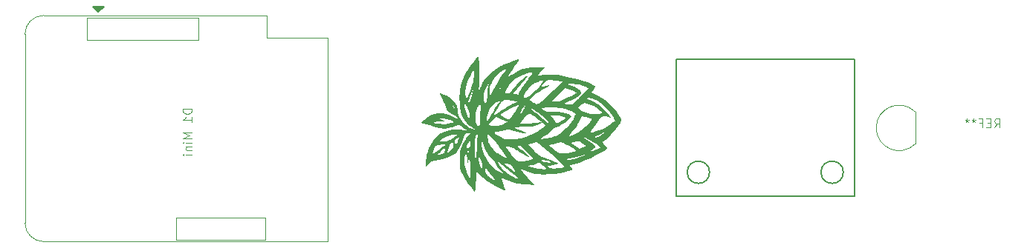
<source format=gbr>
%TF.GenerationSoftware,KiCad,Pcbnew,8.0.1*%
%TF.CreationDate,2024-06-06T13:27:34-04:00*%
%TF.ProjectId,PillPCB,50696c6c-5043-4422-9e6b-696361645f70,rev?*%
%TF.SameCoordinates,Original*%
%TF.FileFunction,Legend,Bot*%
%TF.FilePolarity,Positive*%
%FSLAX46Y46*%
G04 Gerber Fmt 4.6, Leading zero omitted, Abs format (unit mm)*
G04 Created by KiCad (PCBNEW 8.0.1) date 2024-06-06 13:27:34*
%MOMM*%
%LPD*%
G01*
G04 APERTURE LIST*
%ADD10C,0.100000*%
%ADD11C,0.000000*%
%ADD12C,0.120000*%
%ADD13C,0.150000*%
G04 APERTURE END LIST*
D10*
X164528333Y-94572419D02*
X164861666Y-94096228D01*
X165099761Y-94572419D02*
X165099761Y-93572419D01*
X165099761Y-93572419D02*
X164718809Y-93572419D01*
X164718809Y-93572419D02*
X164623571Y-93620038D01*
X164623571Y-93620038D02*
X164575952Y-93667657D01*
X164575952Y-93667657D02*
X164528333Y-93762895D01*
X164528333Y-93762895D02*
X164528333Y-93905752D01*
X164528333Y-93905752D02*
X164575952Y-94000990D01*
X164575952Y-94000990D02*
X164623571Y-94048609D01*
X164623571Y-94048609D02*
X164718809Y-94096228D01*
X164718809Y-94096228D02*
X165099761Y-94096228D01*
X164099761Y-94048609D02*
X163766428Y-94048609D01*
X163623571Y-94572419D02*
X164099761Y-94572419D01*
X164099761Y-94572419D02*
X164099761Y-93572419D01*
X164099761Y-93572419D02*
X163623571Y-93572419D01*
X162861666Y-94048609D02*
X163194999Y-94048609D01*
X163194999Y-94572419D02*
X163194999Y-93572419D01*
X163194999Y-93572419D02*
X162718809Y-93572419D01*
X162194999Y-93572419D02*
X162194999Y-93810514D01*
X162433094Y-93715276D02*
X162194999Y-93810514D01*
X162194999Y-93810514D02*
X161956904Y-93715276D01*
X162337856Y-94000990D02*
X162194999Y-93810514D01*
X162194999Y-93810514D02*
X162052142Y-94000990D01*
X161433094Y-93572419D02*
X161433094Y-93810514D01*
X161671189Y-93715276D02*
X161433094Y-93810514D01*
X161433094Y-93810514D02*
X161194999Y-93715276D01*
X161575951Y-94000990D02*
X161433094Y-93810514D01*
X161433094Y-93810514D02*
X161290237Y-94000990D01*
X73087419Y-92453884D02*
X72087419Y-92453884D01*
X72087419Y-92453884D02*
X72087419Y-92691979D01*
X72087419Y-92691979D02*
X72135038Y-92834836D01*
X72135038Y-92834836D02*
X72230276Y-92930074D01*
X72230276Y-92930074D02*
X72325514Y-92977693D01*
X72325514Y-92977693D02*
X72515990Y-93025312D01*
X72515990Y-93025312D02*
X72658847Y-93025312D01*
X72658847Y-93025312D02*
X72849323Y-92977693D01*
X72849323Y-92977693D02*
X72944561Y-92930074D01*
X72944561Y-92930074D02*
X73039800Y-92834836D01*
X73039800Y-92834836D02*
X73087419Y-92691979D01*
X73087419Y-92691979D02*
X73087419Y-92453884D01*
X73087419Y-93977693D02*
X73087419Y-93406265D01*
X73087419Y-93691979D02*
X72087419Y-93691979D01*
X72087419Y-93691979D02*
X72230276Y-93596741D01*
X72230276Y-93596741D02*
X72325514Y-93501503D01*
X72325514Y-93501503D02*
X72373133Y-93406265D01*
X73087419Y-95168170D02*
X72087419Y-95168170D01*
X72087419Y-95168170D02*
X72801704Y-95501503D01*
X72801704Y-95501503D02*
X72087419Y-95834836D01*
X72087419Y-95834836D02*
X73087419Y-95834836D01*
X73087419Y-96311027D02*
X72420752Y-96311027D01*
X72087419Y-96311027D02*
X72135038Y-96263408D01*
X72135038Y-96263408D02*
X72182657Y-96311027D01*
X72182657Y-96311027D02*
X72135038Y-96358646D01*
X72135038Y-96358646D02*
X72087419Y-96311027D01*
X72087419Y-96311027D02*
X72182657Y-96311027D01*
X72420752Y-96787217D02*
X73087419Y-96787217D01*
X72515990Y-96787217D02*
X72468371Y-96834836D01*
X72468371Y-96834836D02*
X72420752Y-96930074D01*
X72420752Y-96930074D02*
X72420752Y-97072931D01*
X72420752Y-97072931D02*
X72468371Y-97168169D01*
X72468371Y-97168169D02*
X72563609Y-97215788D01*
X72563609Y-97215788D02*
X73087419Y-97215788D01*
X73087419Y-97691979D02*
X72420752Y-97691979D01*
X72087419Y-97691979D02*
X72135038Y-97644360D01*
X72135038Y-97644360D02*
X72182657Y-97691979D01*
X72182657Y-97691979D02*
X72135038Y-97739598D01*
X72135038Y-97739598D02*
X72087419Y-97691979D01*
X72087419Y-97691979D02*
X72182657Y-97691979D01*
D11*
%TO.C,G\u002A\u002A\u002A*%
G36*
X105749783Y-86485904D02*
G01*
X105782456Y-86562166D01*
X105807190Y-86737343D01*
X105829829Y-87034816D01*
X105856218Y-87477968D01*
X105864753Y-87631926D01*
X105892764Y-88407832D01*
X105882840Y-89077342D01*
X105828752Y-89691480D01*
X105724268Y-90301267D01*
X105563158Y-90957726D01*
X105339192Y-91711881D01*
X105320473Y-91773914D01*
X105321344Y-91810495D01*
X105393892Y-91704091D01*
X105443527Y-91598455D01*
X105535754Y-91352080D01*
X105600884Y-91158095D01*
X106379178Y-91158095D01*
X106379182Y-91164740D01*
X106387158Y-91464202D01*
X106407508Y-91692112D01*
X106435910Y-91799600D01*
X106436887Y-91800528D01*
X106519713Y-91778151D01*
X106637702Y-91649774D01*
X106663166Y-91609675D01*
X106734181Y-91420315D01*
X106738845Y-91387005D01*
X111568898Y-91387005D01*
X111577138Y-91404532D01*
X111681757Y-91498052D01*
X111866173Y-91628264D01*
X111888129Y-91642085D01*
X112078873Y-91762151D01*
X112268349Y-91866696D01*
X112383088Y-91908882D01*
X112487819Y-91878410D01*
X112602142Y-91809965D01*
X115519397Y-91809965D01*
X115886133Y-91908717D01*
X116037263Y-91944293D01*
X116213390Y-91958057D01*
X116381864Y-91919622D01*
X116566885Y-91814266D01*
X116792655Y-91627272D01*
X117083374Y-91343919D01*
X117186344Y-91237002D01*
X118138345Y-91237002D01*
X118228082Y-91324900D01*
X118471039Y-91439463D01*
X118984123Y-91675629D01*
X119634398Y-92095564D01*
X120201546Y-92602533D01*
X120643029Y-93162785D01*
X120807092Y-93421905D01*
X120494182Y-93335506D01*
X120355661Y-93302473D01*
X119981969Y-93286328D01*
X119701631Y-93407169D01*
X119506164Y-93667851D01*
X119484041Y-93711647D01*
X119337981Y-93950368D01*
X119128249Y-94249484D01*
X118892408Y-94554715D01*
X118861306Y-94592981D01*
X118655567Y-94857092D01*
X118554482Y-95027031D01*
X118569078Y-95110421D01*
X118710381Y-95114882D01*
X118989416Y-95048038D01*
X119417210Y-94917511D01*
X119548905Y-94873859D01*
X120131749Y-94632459D01*
X120145143Y-94626912D01*
X120686132Y-94326046D01*
X121114914Y-94001977D01*
X121115572Y-94001371D01*
X121249219Y-93863613D01*
X121303880Y-93777957D01*
X121280601Y-93690026D01*
X121171641Y-93471498D01*
X120997497Y-93188451D01*
X120784709Y-92880603D01*
X120559813Y-92587672D01*
X120349350Y-92349376D01*
X119921300Y-91954780D01*
X119324975Y-91543335D01*
X118696497Y-91269300D01*
X118633980Y-91249891D01*
X118356741Y-91187839D01*
X118186381Y-91187429D01*
X118138345Y-91237002D01*
X117186344Y-91237002D01*
X117463244Y-90949488D01*
X117543684Y-90864514D01*
X117823696Y-90562400D01*
X117849690Y-90533232D01*
X118050319Y-90308105D01*
X118186381Y-90145003D01*
X118202057Y-90126212D01*
X118257414Y-90041303D01*
X118254160Y-90029478D01*
X118148288Y-89956132D01*
X117920880Y-89867319D01*
X117609845Y-89773572D01*
X117253090Y-89685423D01*
X116888526Y-89613405D01*
X116554061Y-89568050D01*
X116226784Y-89546972D01*
X116032492Y-89560266D01*
X115971414Y-89610724D01*
X115979001Y-89646637D01*
X116077247Y-89707615D01*
X116160278Y-89722953D01*
X116383074Y-89806222D01*
X116665445Y-89938488D01*
X116955464Y-90093054D01*
X117201204Y-90243226D01*
X117350737Y-90362308D01*
X117391679Y-90409426D01*
X117451583Y-90513644D01*
X117418799Y-90620783D01*
X117283662Y-90792876D01*
X117019041Y-91050950D01*
X116576856Y-91343652D01*
X115987372Y-91619766D01*
X115519397Y-91809965D01*
X112602142Y-91809965D01*
X112720871Y-91738882D01*
X112965879Y-91553758D01*
X114066414Y-91553758D01*
X114442511Y-91604930D01*
X114464875Y-91607853D01*
X114677123Y-91618290D01*
X114895438Y-91585662D01*
X115168047Y-91498615D01*
X115543178Y-91345794D01*
X115671696Y-91289821D01*
X116036510Y-91122017D01*
X116360339Y-90961339D01*
X116585247Y-90836122D01*
X116674336Y-90778587D01*
X116837899Y-90661808D01*
X116902747Y-90597207D01*
X116849651Y-90541898D01*
X116678441Y-90443092D01*
X116434135Y-90328371D01*
X116163541Y-90219458D01*
X115913468Y-90138077D01*
X115560141Y-90042936D01*
X114813277Y-90798347D01*
X114066414Y-91553758D01*
X112965879Y-91553758D01*
X113037380Y-91499733D01*
X113419278Y-91175767D01*
X113763417Y-90859880D01*
X113848496Y-90781786D01*
X114306965Y-90332596D01*
X114548180Y-90088132D01*
X114845002Y-89784883D01*
X115081375Y-89540487D01*
X115237625Y-89375328D01*
X115294080Y-89309789D01*
X115292888Y-89305350D01*
X115215540Y-89284215D01*
X115204168Y-89283745D01*
X115059806Y-89268651D01*
X114804081Y-89236587D01*
X114483894Y-89193377D01*
X114436819Y-89187027D01*
X114097788Y-89152235D01*
X113809595Y-89139924D01*
X113630322Y-89152852D01*
X113564272Y-89184769D01*
X113408674Y-89310769D01*
X113233129Y-89490303D01*
X113074034Y-89681609D01*
X112967790Y-89842925D01*
X112950797Y-89932488D01*
X112986832Y-89933745D01*
X113144785Y-89897722D01*
X113379311Y-89824779D01*
X113522409Y-89779313D01*
X113722568Y-89729661D01*
X113817511Y-89726758D01*
X113814205Y-89739811D01*
X113716661Y-89823149D01*
X113515308Y-89960283D01*
X113241423Y-90129355D01*
X113047655Y-90248724D01*
X112719492Y-90465791D01*
X112384400Y-90701700D01*
X112072088Y-90934115D01*
X111812262Y-91140696D01*
X111634629Y-91299106D01*
X111568898Y-91387005D01*
X106738845Y-91387005D01*
X106773799Y-91137383D01*
X106775333Y-91092943D01*
X110933694Y-91092943D01*
X111053152Y-91169428D01*
X111090564Y-91168633D01*
X111148300Y-91167405D01*
X111364102Y-91063650D01*
X111484080Y-90971501D01*
X111668103Y-90830163D01*
X111908673Y-90629548D01*
X112144941Y-90441496D01*
X112306893Y-90322654D01*
X112390971Y-90250839D01*
X112545246Y-90079816D01*
X112719275Y-89859051D01*
X112887528Y-89624592D01*
X113024474Y-89412489D01*
X113104582Y-89258792D01*
X113102319Y-89199549D01*
X113046063Y-89204108D01*
X112808891Y-89259682D01*
X112502281Y-89360874D01*
X112184519Y-89485453D01*
X111913889Y-89611188D01*
X111748676Y-89715849D01*
X111618007Y-89859557D01*
X111417238Y-90126660D01*
X111212951Y-90434753D01*
X111042476Y-90726830D01*
X110943145Y-90945886D01*
X110933694Y-91092943D01*
X106775333Y-91092943D01*
X106788080Y-90723549D01*
X106788842Y-90654099D01*
X106803334Y-90376511D01*
X106997118Y-90376511D01*
X107052900Y-90797713D01*
X107075288Y-90856889D01*
X107120574Y-90871416D01*
X107192178Y-90789134D01*
X107965443Y-90789134D01*
X107990699Y-90795544D01*
X108049701Y-90714500D01*
X108078614Y-90633546D01*
X108090342Y-90601382D01*
X108793692Y-90601382D01*
X108890518Y-90640762D01*
X109079058Y-90687044D01*
X109122898Y-90695165D01*
X109272932Y-90695081D01*
X109386055Y-90609682D01*
X109515569Y-90404462D01*
X109592507Y-90284726D01*
X109799848Y-90024033D01*
X110070384Y-89729375D01*
X110375108Y-89427752D01*
X110685018Y-89146159D01*
X110971107Y-88911596D01*
X111204373Y-88751060D01*
X111355809Y-88691549D01*
X111350551Y-88707596D01*
X111263301Y-88822507D01*
X111089613Y-89029907D01*
X110847749Y-89308235D01*
X110555967Y-89635931D01*
X110408725Y-89800570D01*
X110131070Y-90117210D01*
X109908188Y-90379759D01*
X109759913Y-90564594D01*
X109706080Y-90648094D01*
X109731240Y-90676306D01*
X109867205Y-90732676D01*
X110058932Y-90783115D01*
X110234968Y-90810376D01*
X110251316Y-90807955D01*
X110323861Y-90797212D01*
X110365206Y-90717745D01*
X110463070Y-90527885D01*
X110595080Y-90270991D01*
X110686608Y-90106444D01*
X110896664Y-89769489D01*
X111153341Y-89389718D01*
X111420279Y-89022158D01*
X111448946Y-88984287D01*
X111700222Y-88643764D01*
X111838774Y-88420886D01*
X111857971Y-88302088D01*
X111751188Y-88273803D01*
X111511795Y-88322466D01*
X111133165Y-88434511D01*
X110650552Y-88616357D01*
X109980312Y-89004921D01*
X109424759Y-89513302D01*
X108992548Y-90134625D01*
X108894152Y-90325553D01*
X108811444Y-90514318D01*
X108793692Y-90601382D01*
X108090342Y-90601382D01*
X108156371Y-90420295D01*
X108255211Y-90152088D01*
X108276765Y-90088911D01*
X108319779Y-89962832D01*
X108360993Y-89797826D01*
X108348745Y-89751531D01*
X108295379Y-89823026D01*
X108206231Y-90007537D01*
X108109148Y-90249231D01*
X108023645Y-90495281D01*
X107969239Y-90692858D01*
X107965443Y-90789134D01*
X107192178Y-90789134D01*
X107194209Y-90786800D01*
X107310424Y-90584851D01*
X107483449Y-90247379D01*
X107601420Y-90020962D01*
X107853128Y-89569525D01*
X108134799Y-89093127D01*
X108348745Y-88752582D01*
X108404703Y-88663512D01*
X108782902Y-88085413D01*
X108949249Y-87831142D01*
X108599337Y-88027804D01*
X108092189Y-88365902D01*
X107641333Y-88817706D01*
X107289111Y-89376763D01*
X107255597Y-89444630D01*
X107062458Y-89938873D01*
X106997118Y-90376511D01*
X106803334Y-90376511D01*
X106811442Y-90221218D01*
X106871432Y-89884333D01*
X106979337Y-89580549D01*
X107012874Y-89502479D01*
X107077511Y-89327063D01*
X107075025Y-89278639D01*
X107017525Y-89341194D01*
X106917118Y-89498715D01*
X106785913Y-89735189D01*
X106636016Y-90034602D01*
X106605757Y-90098922D01*
X106465409Y-90449006D01*
X106397118Y-90770414D01*
X106379178Y-91158095D01*
X105600884Y-91158095D01*
X105648415Y-91016527D01*
X105767257Y-90632697D01*
X105855775Y-90355701D01*
X105943633Y-90117452D01*
X106011759Y-89932712D01*
X106064547Y-89810010D01*
X106172714Y-89558583D01*
X106315126Y-89290897D01*
X106350485Y-89237219D01*
X106732395Y-88763321D01*
X107075025Y-88434223D01*
X107220493Y-88294500D01*
X107763630Y-87875363D01*
X108310657Y-87550519D01*
X108349189Y-87531692D01*
X108657957Y-87391153D01*
X108949249Y-87269442D01*
X109017397Y-87240967D01*
X109393111Y-87093833D01*
X109750704Y-86962453D01*
X110055781Y-86859526D01*
X110273944Y-86797753D01*
X110370797Y-86789835D01*
X110371535Y-86805457D01*
X110312813Y-86919211D01*
X110188040Y-87098488D01*
X110142264Y-87161466D01*
X109999268Y-87372245D01*
X109818842Y-87649916D01*
X109622650Y-87959695D01*
X109432350Y-88266797D01*
X109269603Y-88536439D01*
X109156071Y-88733836D01*
X109113414Y-88824204D01*
X109143975Y-88815174D01*
X109274714Y-88730693D01*
X109473392Y-88584985D01*
X109714633Y-88419058D01*
X110233037Y-88137044D01*
X110793591Y-87905406D01*
X111316438Y-87759894D01*
X111375535Y-87749731D01*
X111703887Y-87711990D01*
X111751188Y-87708904D01*
X112109500Y-87685527D01*
X112518183Y-87675549D01*
X113275174Y-87675549D01*
X112887627Y-88129177D01*
X112874479Y-88144594D01*
X112685356Y-88373110D01*
X112551118Y-88547562D01*
X112500080Y-88631266D01*
X112501925Y-88636317D01*
X112591835Y-88639588D01*
X112775247Y-88596576D01*
X113031482Y-88548532D01*
X113102319Y-88543450D01*
X113427547Y-88520118D01*
X113809595Y-88517481D01*
X113888648Y-88516935D01*
X114361042Y-88537827D01*
X114790990Y-88581634D01*
X115124747Y-88647200D01*
X115135732Y-88650300D01*
X115462980Y-88732577D01*
X115560141Y-88753825D01*
X115868716Y-88821307D01*
X116226784Y-88889958D01*
X116267747Y-88897812D01*
X116293322Y-88902300D01*
X116685629Y-88975254D01*
X117070628Y-89053145D01*
X117368414Y-89119854D01*
X117590610Y-89185822D01*
X117896685Y-89295757D01*
X118231268Y-89429146D01*
X118556829Y-89569726D01*
X118835838Y-89701235D01*
X119030765Y-89807409D01*
X119104080Y-89871985D01*
X119089521Y-89910744D01*
X119000360Y-90058726D01*
X118856980Y-90264193D01*
X118609880Y-90600197D01*
X119005147Y-90761364D01*
X119454917Y-90976219D01*
X120139209Y-91414318D01*
X120785689Y-91953357D01*
X121350682Y-92555375D01*
X121790512Y-93182408D01*
X121915998Y-93405647D01*
X122020651Y-93606214D01*
X122062651Y-93707182D01*
X122033436Y-93821828D01*
X121904405Y-94052760D01*
X121693655Y-94353234D01*
X121424043Y-94696575D01*
X121118428Y-95056104D01*
X120799666Y-95405146D01*
X120490616Y-95717022D01*
X120214135Y-95965056D01*
X119993080Y-96122571D01*
X119987320Y-96125789D01*
X119904993Y-96185520D01*
X119900107Y-96257825D01*
X119987096Y-96378084D01*
X120180397Y-96581681D01*
X120537048Y-96946549D01*
X120053397Y-97257279D01*
X120036410Y-97268154D01*
X119589081Y-97533382D01*
X119074898Y-97805310D01*
X118524410Y-98070973D01*
X117968169Y-98317407D01*
X117436725Y-98531647D01*
X116960629Y-98700727D01*
X116570430Y-98811682D01*
X116296680Y-98851549D01*
X116258261Y-98851847D01*
X116181293Y-98868831D01*
X116198842Y-98941506D01*
X116313551Y-99110423D01*
X116345007Y-99156466D01*
X116436255Y-99325757D01*
X116447501Y-99419684D01*
X116418661Y-99435592D01*
X116256050Y-99495107D01*
X115988276Y-99579139D01*
X115655098Y-99674884D01*
X115446821Y-99728680D01*
X114965241Y-99823296D01*
X114424554Y-99886295D01*
X113770080Y-99924932D01*
X113131976Y-99939569D01*
X112603018Y-99919977D01*
X112137401Y-99855411D01*
X111682964Y-99735374D01*
X111187547Y-99549373D01*
X110598988Y-99286913D01*
X110584450Y-99282886D01*
X110599690Y-99340506D01*
X110705097Y-99492642D01*
X110881568Y-99715779D01*
X111109998Y-99986402D01*
X111371282Y-100280996D01*
X111646318Y-100576046D01*
X112203747Y-101157543D01*
X111306392Y-101103369D01*
X111023672Y-101081610D01*
X110177230Y-100959065D01*
X109404299Y-100760825D01*
X108748171Y-100497150D01*
X108340477Y-100292377D01*
X108399054Y-100482129D01*
X108451757Y-100641568D01*
X108544804Y-100910232D01*
X108654570Y-101219112D01*
X108658868Y-101231067D01*
X108753603Y-101503368D01*
X108816555Y-101700865D01*
X108834295Y-101781532D01*
X108827799Y-101780657D01*
X108715893Y-101734462D01*
X108487619Y-101629960D01*
X108171327Y-101480324D01*
X107795369Y-101298732D01*
X107396042Y-101092694D01*
X106772324Y-100717096D01*
X106254238Y-100332249D01*
X105861638Y-99953643D01*
X105614376Y-99596772D01*
X105569940Y-99508914D01*
X105524907Y-99442899D01*
X105497190Y-99464314D01*
X105482463Y-99593635D01*
X105476401Y-99851338D01*
X105474675Y-100257898D01*
X105471695Y-100553464D01*
X105459998Y-100975631D01*
X105441657Y-101339958D01*
X105419001Y-101590703D01*
X105365254Y-101982826D01*
X104813559Y-101285020D01*
X104696178Y-101131389D01*
X104413337Y-100726168D01*
X104152668Y-100309992D01*
X103958656Y-99952215D01*
X103849363Y-99715981D01*
X103743975Y-99444951D01*
X103680246Y-99185548D01*
X103644626Y-98877455D01*
X103623567Y-98460351D01*
X103620127Y-98357133D01*
X103620137Y-98334316D01*
X104143487Y-98334316D01*
X104166464Y-98715368D01*
X104233383Y-99085836D01*
X104294400Y-99293993D01*
X104405221Y-99606426D01*
X104532862Y-99919542D01*
X104659570Y-100193064D01*
X104767592Y-100386715D01*
X104839173Y-100460215D01*
X104851172Y-100422531D01*
X104862225Y-100250657D01*
X104866025Y-99974534D01*
X104863018Y-99632662D01*
X104853649Y-99263540D01*
X104838364Y-98905669D01*
X104817610Y-98597549D01*
X104809146Y-98511283D01*
X104763658Y-98255845D01*
X104705439Y-98156627D01*
X104641234Y-98217944D01*
X104577790Y-98444112D01*
X104506172Y-98809215D01*
X104480502Y-98385882D01*
X104460288Y-98119002D01*
X104414927Y-97795609D01*
X104355238Y-97636630D01*
X104280477Y-97639285D01*
X104223051Y-97734267D01*
X104162875Y-97991132D01*
X104143487Y-98334316D01*
X103620137Y-98334316D01*
X103620345Y-97857288D01*
X103657246Y-97459552D01*
X103676594Y-97372789D01*
X104474022Y-97372789D01*
X104581054Y-97544200D01*
X104605092Y-97575521D01*
X104672783Y-97641105D01*
X104701081Y-97583913D01*
X104708054Y-97380682D01*
X104701305Y-97178766D01*
X104665298Y-97112966D01*
X104583747Y-97158215D01*
X104486859Y-97256093D01*
X104474022Y-97372789D01*
X103676594Y-97372789D01*
X103735351Y-97109301D01*
X103766644Y-97005421D01*
X103821390Y-96862364D01*
X104394899Y-96862364D01*
X104446871Y-96930136D01*
X104604914Y-96896646D01*
X104665298Y-96858182D01*
X104720058Y-96823300D01*
X104796570Y-96631777D01*
X104806602Y-96492878D01*
X105314273Y-96492878D01*
X105319164Y-97136648D01*
X105335220Y-97489002D01*
X105366246Y-97874508D01*
X105405599Y-98143755D01*
X105450211Y-98270213D01*
X105485512Y-98297812D01*
X105532906Y-98263014D01*
X105542139Y-98131882D01*
X105731005Y-98131882D01*
X105735505Y-98225049D01*
X105813571Y-98577945D01*
X105974519Y-98978549D01*
X106221764Y-99486549D01*
X106224261Y-99105549D01*
X106222145Y-99090343D01*
X106488747Y-99090343D01*
X106488747Y-99419429D01*
X106511093Y-99640501D01*
X106605333Y-99832520D01*
X106806247Y-100048882D01*
X106898331Y-100132236D01*
X107180873Y-100359853D01*
X107445700Y-100541389D01*
X107538593Y-100594780D01*
X107714585Y-100682224D01*
X107798567Y-100702617D01*
X107775717Y-100646750D01*
X107666152Y-100496529D01*
X107493514Y-100290793D01*
X107354673Y-100131431D01*
X107076857Y-99805373D01*
X106823147Y-99500112D01*
X106488747Y-99090343D01*
X106222145Y-99090343D01*
X106170378Y-98718280D01*
X105980747Y-98258882D01*
X105734736Y-97793215D01*
X105731005Y-98131882D01*
X105542139Y-98131882D01*
X105545784Y-98080114D01*
X105547588Y-97888547D01*
X105553533Y-97569696D01*
X105562686Y-97170240D01*
X105574108Y-96734882D01*
X105574645Y-96716025D01*
X105591849Y-96299253D01*
X105616307Y-95936843D01*
X105625929Y-95845882D01*
X106064547Y-95845882D01*
X106094080Y-96493976D01*
X106104043Y-96665299D01*
X106151969Y-97034643D01*
X106249715Y-97372083D01*
X106419401Y-97763976D01*
X106488747Y-97887125D01*
X106745636Y-98343323D01*
X107242692Y-98960953D01*
X107825504Y-99445343D01*
X108481298Y-99783978D01*
X108622235Y-99832534D01*
X108690039Y-99844286D01*
X108634728Y-99787249D01*
X108483243Y-99649826D01*
X108269318Y-99462935D01*
X108178679Y-99382018D01*
X107883141Y-99046255D01*
X107698259Y-98677249D01*
X107598395Y-98467578D01*
X107945162Y-98467578D01*
X107948408Y-98512642D01*
X108014121Y-98669677D01*
X108134256Y-98892151D01*
X108147116Y-98913595D01*
X108396199Y-99237018D01*
X108743598Y-99581201D01*
X109140699Y-99906104D01*
X109538890Y-100171688D01*
X109889560Y-100337914D01*
X110039238Y-100384247D01*
X110255726Y-100437323D01*
X110371617Y-100445978D01*
X110371965Y-100445837D01*
X110345614Y-100386145D01*
X110209436Y-100257959D01*
X109992643Y-100088812D01*
X109801599Y-99944099D01*
X109482005Y-99690838D01*
X109119710Y-99394967D01*
X108762186Y-99094832D01*
X108749492Y-99084012D01*
X108448164Y-98832754D01*
X108310822Y-98723789D01*
X108752163Y-98723789D01*
X108837952Y-98842882D01*
X109054088Y-99039063D01*
X109404628Y-99317123D01*
X109893624Y-99681849D01*
X109946622Y-99720358D01*
X110016020Y-99761877D01*
X110018920Y-99727503D01*
X109948942Y-99593840D01*
X109799704Y-99337493D01*
X109678101Y-99130151D01*
X109567724Y-98962697D01*
X109563279Y-98958604D01*
X111401026Y-98958604D01*
X111432872Y-99009580D01*
X111584097Y-99079910D01*
X111833361Y-99159385D01*
X112159324Y-99237797D01*
X112517370Y-99298347D01*
X112889255Y-99336928D01*
X113179437Y-99342337D01*
X113577694Y-99317215D01*
X113158891Y-98944194D01*
X112740087Y-98571173D01*
X112217917Y-98754551D01*
X111955985Y-98839743D01*
X111694432Y-98910302D01*
X111530647Y-98937072D01*
X111509899Y-98937189D01*
X111401026Y-98958604D01*
X109563279Y-98958604D01*
X109464404Y-98867550D01*
X109321426Y-98804941D01*
X109092072Y-98735103D01*
X108955411Y-98697716D01*
X108792667Y-98676997D01*
X108752163Y-98723789D01*
X108310822Y-98723789D01*
X108196319Y-98632944D01*
X108019978Y-98504559D01*
X107945162Y-98467578D01*
X107598395Y-98467578D01*
X107547090Y-98359861D01*
X107232937Y-98000750D01*
X106892580Y-97670506D01*
X106510466Y-97105365D01*
X106236506Y-96426480D01*
X106064547Y-95845882D01*
X105625929Y-95845882D01*
X105644838Y-95667113D01*
X105674261Y-95528382D01*
X105698601Y-95429093D01*
X106744337Y-95429093D01*
X106770319Y-95678251D01*
X106825499Y-95965536D01*
X106902851Y-96246861D01*
X106995348Y-96478139D01*
X107086643Y-96638337D01*
X107444444Y-97092380D01*
X107909406Y-97505724D01*
X107945162Y-97528116D01*
X108436084Y-97835550D01*
X108442932Y-97839002D01*
X108712514Y-97966460D01*
X108792667Y-97998553D01*
X108922439Y-98050512D01*
X109027777Y-98073116D01*
X109036551Y-98048763D01*
X108978497Y-97929553D01*
X108842055Y-97750882D01*
X108674760Y-97542849D01*
X108452803Y-97245083D01*
X108236156Y-96936370D01*
X108149132Y-96813779D01*
X108915119Y-96813779D01*
X108983317Y-96945232D01*
X109139991Y-97172084D01*
X109389201Y-97516175D01*
X109491432Y-97655935D01*
X109757883Y-97994957D01*
X109980464Y-98218618D01*
X110191909Y-98349316D01*
X110424953Y-98409445D01*
X110712332Y-98421401D01*
X110881792Y-98414156D01*
X111249700Y-98375239D01*
X111509653Y-98325642D01*
X112890924Y-98325642D01*
X112972466Y-98401265D01*
X113009278Y-98423773D01*
X113214630Y-98501809D01*
X113475238Y-98559864D01*
X113553916Y-98570512D01*
X113808660Y-98590802D01*
X113984822Y-98584504D01*
X114007551Y-98577663D01*
X114001293Y-98532769D01*
X113880992Y-98467742D01*
X113687023Y-98396111D01*
X113459762Y-98331405D01*
X113239585Y-98287156D01*
X113066867Y-98276893D01*
X112945680Y-98290579D01*
X112890924Y-98325642D01*
X111509653Y-98325642D01*
X111562454Y-98315568D01*
X111673000Y-98282918D01*
X111873111Y-98201942D01*
X111965089Y-98130478D01*
X111920936Y-98042844D01*
X111777159Y-97863367D01*
X111556275Y-97618989D01*
X111281004Y-97336094D01*
X111216518Y-97272072D01*
X110924272Y-96988461D01*
X110717239Y-96806203D01*
X110569073Y-96706969D01*
X110453424Y-96672432D01*
X110343946Y-96684264D01*
X110283115Y-96700422D01*
X110210363Y-96736597D01*
X110229787Y-96794403D01*
X110357844Y-96897612D01*
X110610990Y-97069994D01*
X110730618Y-97152312D01*
X111017989Y-97368851D01*
X111260554Y-97576376D01*
X111435148Y-97752421D01*
X111518605Y-97874523D01*
X111487758Y-97920215D01*
X111478443Y-97919062D01*
X111347023Y-97865297D01*
X111116004Y-97746895D01*
X110823208Y-97585579D01*
X110506461Y-97403071D01*
X110203585Y-97221094D01*
X109952406Y-97061370D01*
X109790747Y-96945622D01*
X109732622Y-96910790D01*
X109521945Y-96836994D01*
X109252539Y-96781029D01*
X109200780Y-96773412D01*
X109027911Y-96749709D01*
X108931337Y-96755885D01*
X108915119Y-96813779D01*
X108149132Y-96813779D01*
X108044213Y-96665979D01*
X107943382Y-96533341D01*
X111397190Y-96533341D01*
X112107623Y-97226778D01*
X112380661Y-97483075D01*
X112644433Y-97709962D01*
X112740087Y-97781805D01*
X112849072Y-97863660D01*
X112964963Y-97920215D01*
X113066867Y-97944552D01*
X113075215Y-97946546D01*
X113312289Y-98031725D01*
X113632692Y-98161819D01*
X113999268Y-98322382D01*
X114886666Y-98724549D01*
X114561206Y-98823875D01*
X114538374Y-98830636D01*
X114223585Y-98898290D01*
X113918247Y-98929708D01*
X113747010Y-98943245D01*
X113618848Y-98996622D01*
X113655585Y-99082262D01*
X113859061Y-99192002D01*
X113948455Y-99221744D01*
X114280715Y-99262730D01*
X114754644Y-99245131D01*
X114866510Y-99235558D01*
X115230202Y-99196838D01*
X115447558Y-99143718D01*
X115522910Y-99056163D01*
X115460588Y-98914135D01*
X115264924Y-98697599D01*
X114940249Y-98386518D01*
X114820544Y-98274991D01*
X115784323Y-98274991D01*
X115880608Y-98302714D01*
X116138591Y-98278345D01*
X116550611Y-98187724D01*
X116625991Y-98168133D01*
X116946985Y-98074973D01*
X117266276Y-97969628D01*
X117551821Y-97864447D01*
X117771576Y-97771775D01*
X117893498Y-97703960D01*
X117885542Y-97673349D01*
X117885257Y-97673324D01*
X117770015Y-97692228D01*
X117542091Y-97748096D01*
X117250542Y-97828909D01*
X116971992Y-97905791D01*
X116556676Y-98010216D01*
X116195195Y-98090790D01*
X115989039Y-98137935D01*
X115802943Y-98208433D01*
X115784323Y-98274991D01*
X114820544Y-98274991D01*
X114811718Y-98266768D01*
X114448640Y-97938726D01*
X114054878Y-97594808D01*
X113652866Y-97253390D01*
X113265032Y-96932848D01*
X112913809Y-96651557D01*
X112869475Y-96617620D01*
X113743827Y-96617620D01*
X114365206Y-97100433D01*
X114571036Y-97258767D01*
X114794465Y-97413123D01*
X114993599Y-97507191D01*
X115206581Y-97546788D01*
X115471559Y-97537727D01*
X115826676Y-97485823D01*
X116310080Y-97396891D01*
X116396595Y-97380395D01*
X116713928Y-97309572D01*
X116868763Y-97239414D01*
X116863547Y-97151467D01*
X116700723Y-97027279D01*
X116382735Y-96848395D01*
X116062730Y-96678156D01*
X115661041Y-96474792D01*
X115387608Y-96353882D01*
X116238124Y-96353882D01*
X116765075Y-96702956D01*
X117292026Y-97052030D01*
X117660554Y-96864021D01*
X117885257Y-96749386D01*
X118029083Y-96676011D01*
X117620650Y-96395002D01*
X117467663Y-96290389D01*
X117276923Y-96177799D01*
X117117769Y-96138980D01*
X116925131Y-96163870D01*
X116633935Y-96242404D01*
X116238124Y-96353882D01*
X115387608Y-96353882D01*
X115366007Y-96344330D01*
X115153951Y-96278177D01*
X115001196Y-96267739D01*
X114884064Y-96304421D01*
X114775039Y-96350613D01*
X114523309Y-96431407D01*
X114225919Y-96508131D01*
X113743827Y-96617620D01*
X112869475Y-96617620D01*
X112621627Y-96427894D01*
X112410917Y-96280233D01*
X112304110Y-96226951D01*
X112245263Y-96236275D01*
X112052217Y-96291619D01*
X111800468Y-96380180D01*
X111397190Y-96533341D01*
X107943382Y-96533341D01*
X107799858Y-96344543D01*
X107538312Y-96017426D01*
X107283284Y-95712893D01*
X107058484Y-95459212D01*
X106887620Y-95284649D01*
X106794402Y-95217469D01*
X106754582Y-95262147D01*
X106744337Y-95429093D01*
X105698601Y-95429093D01*
X105700884Y-95419782D01*
X105612069Y-95380215D01*
X105513391Y-95427724D01*
X105412569Y-95631327D01*
X105345802Y-95988742D01*
X105314273Y-96492878D01*
X104806602Y-96492878D01*
X104807404Y-96481770D01*
X104852240Y-96234809D01*
X104866788Y-96169955D01*
X104857101Y-96077828D01*
X104786248Y-96111023D01*
X104672783Y-96254434D01*
X104535256Y-96492951D01*
X104446692Y-96679974D01*
X104394899Y-96862364D01*
X103821390Y-96862364D01*
X104003702Y-96385964D01*
X104291543Y-95868585D01*
X104355238Y-95792698D01*
X104612172Y-95486586D01*
X104857101Y-95262240D01*
X104913171Y-95210882D01*
X104679393Y-95210882D01*
X104674905Y-95210888D01*
X104369684Y-95260265D01*
X104182124Y-95421064D01*
X104086108Y-95715502D01*
X104020580Y-95987969D01*
X103839375Y-96452703D01*
X103589375Y-96918221D01*
X103304159Y-97315802D01*
X103036472Y-97570801D01*
X102543227Y-97880178D01*
X101947815Y-98114380D01*
X101285698Y-98256874D01*
X101241926Y-98262817D01*
X100800090Y-98343187D01*
X100471908Y-98457659D01*
X100206175Y-98630360D01*
X99951688Y-98885416D01*
X99722295Y-99147882D01*
X99718854Y-98716925D01*
X99718835Y-98714078D01*
X99739897Y-98409225D01*
X99797462Y-98025601D01*
X99866407Y-97705055D01*
X101080697Y-97705055D01*
X101111350Y-97713206D01*
X101267207Y-97696388D01*
X101498597Y-97640578D01*
X101580350Y-97616131D01*
X101777387Y-97534077D01*
X101874625Y-97418552D01*
X101893820Y-97340225D01*
X102239725Y-97340225D01*
X102253945Y-97412215D01*
X102295897Y-97395893D01*
X102440391Y-97293086D01*
X102630385Y-97127051D01*
X102726039Y-97028045D01*
X102870431Y-96831265D01*
X102922925Y-96682551D01*
X102909626Y-96537794D01*
X102850434Y-96302221D01*
X102758045Y-96226836D01*
X102638709Y-96308919D01*
X102498675Y-96545746D01*
X102344192Y-96934597D01*
X102277293Y-97153033D01*
X102239725Y-97340225D01*
X101893820Y-97340225D01*
X101923713Y-97218244D01*
X101932198Y-97159992D01*
X101942469Y-96977677D01*
X101918085Y-96904215D01*
X101904901Y-96907166D01*
X101792480Y-96980929D01*
X101619463Y-97126787D01*
X101423813Y-97308435D01*
X101243494Y-97489567D01*
X101116467Y-97633875D01*
X101080697Y-97705055D01*
X99866407Y-97705055D01*
X99879207Y-97645544D01*
X99885596Y-97625849D01*
X100493492Y-97625849D01*
X100530396Y-97612278D01*
X100678361Y-97519404D01*
X100910847Y-97357638D01*
X101197882Y-97147340D01*
X101383000Y-97007768D01*
X101654627Y-96798946D01*
X101857968Y-96637519D01*
X101918085Y-96585553D01*
X101959080Y-96550117D01*
X101967491Y-96535113D01*
X101904976Y-96503524D01*
X101736619Y-96498995D01*
X101509020Y-96516725D01*
X101268779Y-96551912D01*
X101062496Y-96599755D01*
X100936769Y-96655453D01*
X100890753Y-96711821D01*
X100790459Y-96884048D01*
X100677122Y-97112929D01*
X100574206Y-97347100D01*
X100505175Y-97535195D01*
X100493492Y-97625849D01*
X99885596Y-97625849D01*
X100120053Y-96903155D01*
X100475562Y-96209320D01*
X100578009Y-96083069D01*
X101367127Y-96083069D01*
X101398250Y-96123746D01*
X101542821Y-96139552D01*
X101736619Y-96141357D01*
X101828781Y-96142215D01*
X102057266Y-96137637D01*
X102308371Y-96101890D01*
X102463004Y-96035825D01*
X103084180Y-96035825D01*
X103085328Y-96263361D01*
X103090861Y-96307835D01*
X103122735Y-96491186D01*
X103151956Y-96565549D01*
X103168059Y-96551533D01*
X103245062Y-96432038D01*
X103354359Y-96230255D01*
X103396141Y-96144221D01*
X103488549Y-95915265D01*
X103525414Y-95758823D01*
X103513958Y-95688439D01*
X103447419Y-95689027D01*
X103287731Y-95791929D01*
X103173640Y-95883669D01*
X103084180Y-96035825D01*
X102463004Y-96035825D01*
X102527205Y-96008396D01*
X102758045Y-95855297D01*
X102794403Y-95831184D01*
X102901917Y-95754114D01*
X103160951Y-95562823D01*
X103287784Y-95448137D01*
X103287217Y-95394135D01*
X103164052Y-95384897D01*
X102923091Y-95404502D01*
X102832892Y-95415089D01*
X102424098Y-95501588D01*
X102019844Y-95638913D01*
X101674890Y-95805732D01*
X101443995Y-95980711D01*
X101421513Y-96005795D01*
X101367127Y-96083069D01*
X100578009Y-96083069D01*
X100923849Y-95656872D01*
X101466353Y-95244746D01*
X101707542Y-95141617D01*
X107589482Y-95141617D01*
X107646876Y-95222947D01*
X107827629Y-95364661D01*
X108101164Y-95539260D01*
X108436080Y-95725102D01*
X108595758Y-95800246D01*
X108838329Y-95875893D01*
X109132489Y-95914459D01*
X109536747Y-95926658D01*
X109943089Y-95911041D01*
X109978197Y-95905443D01*
X112796414Y-95905443D01*
X113408719Y-95859550D01*
X113950990Y-95776601D01*
X114070853Y-95733991D01*
X117821195Y-95733991D01*
X117909698Y-95820220D01*
X118101953Y-95965773D01*
X118373212Y-96151044D01*
X118671416Y-96354158D01*
X118937364Y-96564229D01*
X119070692Y-96722858D01*
X119082065Y-96843884D01*
X118982148Y-96941144D01*
X118847162Y-97029407D01*
X118649542Y-97175841D01*
X118591716Y-97222825D01*
X118535466Y-97282409D01*
X118600493Y-97282410D01*
X118807747Y-97230000D01*
X118851460Y-97217880D01*
X119138859Y-97122165D01*
X119379247Y-97019700D01*
X119383439Y-97017533D01*
X119544279Y-96915978D01*
X119609462Y-96838541D01*
X119558586Y-96763815D01*
X119389255Y-96619652D01*
X119135125Y-96436823D01*
X118831486Y-96237504D01*
X118513632Y-96043873D01*
X118216854Y-95878107D01*
X117976444Y-95762384D01*
X117827694Y-95718882D01*
X117821195Y-95733991D01*
X114070853Y-95733991D01*
X114432545Y-95605414D01*
X116059419Y-95605414D01*
X116145379Y-95593152D01*
X116160719Y-95588421D01*
X116201802Y-95571390D01*
X119038508Y-95571390D01*
X119089818Y-95653819D01*
X119178092Y-95700308D01*
X119325262Y-95674359D01*
X119567658Y-95559913D01*
X119682213Y-95495273D01*
X119927021Y-95333213D01*
X120094154Y-95190380D01*
X120127953Y-95149420D01*
X120131749Y-95109725D01*
X120018209Y-95153430D01*
X119774568Y-95284287D01*
X119540408Y-95405806D01*
X119298148Y-95509627D01*
X119143801Y-95549549D01*
X119138548Y-95549562D01*
X119038508Y-95571390D01*
X116201802Y-95571390D01*
X116635616Y-95391553D01*
X117117769Y-95117109D01*
X117155403Y-95095687D01*
X117664981Y-94735791D01*
X117827694Y-94593335D01*
X118109247Y-94346834D01*
X118163997Y-94291829D01*
X118470077Y-93958641D01*
X118641393Y-93716594D01*
X118676740Y-93567841D01*
X118574914Y-93514533D01*
X118487962Y-93502970D01*
X118269713Y-93460198D01*
X117991265Y-93397266D01*
X117513450Y-93283015D01*
X117171093Y-93971782D01*
X117140763Y-94031399D01*
X116909782Y-94431826D01*
X116639947Y-94833728D01*
X116383540Y-95158335D01*
X116362940Y-95181401D01*
X116158059Y-95418054D01*
X116060266Y-95553219D01*
X116059419Y-95605414D01*
X114432545Y-95605414D01*
X114575064Y-95554750D01*
X115001196Y-95293306D01*
X115170470Y-95189451D01*
X115761592Y-94668361D01*
X116075790Y-94325043D01*
X116379913Y-93931374D01*
X116587092Y-93586378D01*
X116694389Y-93353679D01*
X116783755Y-93139005D01*
X116818080Y-93026441D01*
X116771372Y-92965540D01*
X116594973Y-92856930D01*
X116321814Y-92728337D01*
X115988756Y-92595383D01*
X115632659Y-92473694D01*
X115290386Y-92378893D01*
X115070813Y-92337489D01*
X114935576Y-92322021D01*
X117115432Y-92322021D01*
X117146164Y-92389994D01*
X117260556Y-92460154D01*
X117425984Y-92601453D01*
X117513450Y-92665599D01*
X117534559Y-92681080D01*
X117818718Y-92808772D01*
X118190027Y-92921992D01*
X118597448Y-93008551D01*
X118989943Y-93056262D01*
X119316476Y-93052935D01*
X119462444Y-93032571D01*
X119704757Y-92984578D01*
X119847077Y-92936627D01*
X119863203Y-92914735D01*
X119814933Y-92811335D01*
X119659035Y-92659402D01*
X119426052Y-92481103D01*
X119146524Y-92298606D01*
X118850990Y-92134077D01*
X118569993Y-92009684D01*
X118396598Y-91946368D01*
X118073511Y-91837875D01*
X117849690Y-91792101D01*
X117683715Y-91810161D01*
X117534166Y-91893168D01*
X117359625Y-92042238D01*
X117212692Y-92184959D01*
X117115432Y-92322021D01*
X114935576Y-92322021D01*
X114662908Y-92290834D01*
X114209361Y-92264304D01*
X113763417Y-92259340D01*
X113378324Y-92277379D01*
X113107328Y-92319863D01*
X113038470Y-92340153D01*
X112971452Y-92381187D01*
X113018366Y-92449994D01*
X113190635Y-92582602D01*
X113349350Y-92686287D01*
X113521129Y-92749133D01*
X113748259Y-92772145D01*
X113944632Y-92769139D01*
X114087326Y-92766954D01*
X114424507Y-92768680D01*
X114866469Y-92805553D01*
X115300290Y-92873765D01*
X115693766Y-92965530D01*
X116014693Y-93073063D01*
X116230866Y-93188579D01*
X116310080Y-93304292D01*
X116274302Y-93400443D01*
X116117182Y-93584610D01*
X115865872Y-93803932D01*
X115554293Y-94035274D01*
X115216366Y-94255502D01*
X114886009Y-94441480D01*
X114597145Y-94570074D01*
X114383693Y-94618148D01*
X114314690Y-94647579D01*
X114154080Y-94774668D01*
X113961557Y-94968081D01*
X113824723Y-95108450D01*
X113523283Y-95378431D01*
X113220944Y-95611695D01*
X112796414Y-95905443D01*
X109978197Y-95905443D01*
X110453424Y-95829668D01*
X110618588Y-95803332D01*
X111331887Y-95585392D01*
X112118874Y-95247785D01*
X112304110Y-95148166D01*
X112460968Y-95063809D01*
X112804805Y-94844936D01*
X113067658Y-94642755D01*
X113423570Y-94321882D01*
X112919622Y-93898549D01*
X112635920Y-93672008D01*
X112272581Y-93411897D01*
X111937443Y-93202290D01*
X111663584Y-93063522D01*
X111484080Y-93015930D01*
X111461995Y-93021882D01*
X111328782Y-93118081D01*
X111135259Y-93307030D01*
X110915188Y-93556639D01*
X110473296Y-94092348D01*
X110762355Y-94146576D01*
X110951512Y-94158684D01*
X111270944Y-94149216D01*
X111660360Y-94120728D01*
X112069304Y-94077795D01*
X112447320Y-94024993D01*
X112743952Y-93966896D01*
X112796469Y-93955282D01*
X112923868Y-93953815D01*
X112928915Y-94009949D01*
X112831596Y-94102835D01*
X112651895Y-94211626D01*
X112409798Y-94315475D01*
X112191992Y-94381048D01*
X111870208Y-94440228D01*
X111465006Y-94474719D01*
X110933747Y-94489550D01*
X110549875Y-94499222D01*
X110220243Y-94519475D01*
X110003713Y-94547457D01*
X109928389Y-94580623D01*
X109940750Y-94599033D01*
X110067686Y-94682859D01*
X110301745Y-94800914D01*
X110605722Y-94933800D01*
X111272414Y-95207052D01*
X110891702Y-95208967D01*
X110857398Y-95208343D01*
X110572192Y-95173165D01*
X110209934Y-95094672D01*
X109840426Y-94987563D01*
X109557378Y-94895171D01*
X109316308Y-94829404D01*
X109141168Y-94811241D01*
X108980239Y-94836443D01*
X108781804Y-94900769D01*
X108696975Y-94928270D01*
X108336716Y-95014370D01*
X107991648Y-95060588D01*
X107858790Y-95071542D01*
X107665497Y-95103543D01*
X107589482Y-95141617D01*
X101707542Y-95141617D01*
X102104516Y-94971877D01*
X102839778Y-94837198D01*
X103164052Y-94838150D01*
X103513958Y-94839177D01*
X103673580Y-94839645D01*
X103789932Y-94848252D01*
X104087218Y-94862965D01*
X104294332Y-94862190D01*
X104372080Y-94845593D01*
X104337876Y-94801618D01*
X104197091Y-94683522D01*
X103984480Y-94529007D01*
X103916400Y-94482516D01*
X103729291Y-94368704D01*
X103565871Y-94316222D01*
X103380706Y-94324936D01*
X103128365Y-94394714D01*
X102763414Y-94525421D01*
X102618116Y-94574826D01*
X101938059Y-94699993D01*
X101246862Y-94659805D01*
X100562575Y-94454840D01*
X100225775Y-94325823D01*
X99864534Y-94212249D01*
X99575517Y-94146189D01*
X99171350Y-94085580D01*
X99282993Y-93984503D01*
X100672242Y-93984503D01*
X100708547Y-94024872D01*
X100892214Y-94093684D01*
X101049345Y-94133222D01*
X101361822Y-94174190D01*
X101696548Y-94186754D01*
X101910232Y-94177069D01*
X102301542Y-94136720D01*
X102636414Y-94077516D01*
X102783956Y-94040918D01*
X102943143Y-93988410D01*
X102971054Y-93941567D01*
X102890414Y-93882985D01*
X102790740Y-93834568D01*
X102488487Y-93722984D01*
X102133061Y-93621740D01*
X101794176Y-93549368D01*
X101541546Y-93524402D01*
X101281747Y-93531256D01*
X101620414Y-93691515D01*
X101959080Y-93851775D01*
X101493414Y-93862434D01*
X101315127Y-93870073D01*
X101022177Y-93896621D01*
X100816080Y-93932791D01*
X100770604Y-93945747D01*
X100672242Y-93984503D01*
X99282993Y-93984503D01*
X99565999Y-93728282D01*
X99858490Y-93488763D01*
X100454354Y-93144416D01*
X101075157Y-92966907D01*
X101541546Y-92959437D01*
X101716037Y-92956642D01*
X102372132Y-93114025D01*
X103038580Y-93439459D01*
X103209614Y-93538172D01*
X103375076Y-93617175D01*
X103437930Y-93622599D01*
X103416402Y-93549907D01*
X103275460Y-93374363D01*
X103038071Y-93189028D01*
X102745054Y-93028876D01*
X102740052Y-93026659D01*
X102501760Y-92902250D01*
X102316427Y-92749181D01*
X102159441Y-92533839D01*
X102006196Y-92222610D01*
X101832080Y-91781882D01*
X101810233Y-91723958D01*
X101788002Y-91668757D01*
X102514775Y-91668757D01*
X102606022Y-91783341D01*
X102626230Y-91808485D01*
X102770786Y-92009946D01*
X102923206Y-92247549D01*
X102970703Y-92323443D01*
X103064264Y-92449003D01*
X103101447Y-92459215D01*
X103059331Y-92324255D01*
X102939290Y-92113049D01*
X102782071Y-91897709D01*
X102628968Y-91741008D01*
X102538741Y-91672532D01*
X102514775Y-91668757D01*
X101788002Y-91668757D01*
X101719713Y-91499196D01*
X102279683Y-91499196D01*
X102289662Y-91557133D01*
X102315798Y-91594745D01*
X102387410Y-91654882D01*
X102399246Y-91654058D01*
X102417892Y-91605047D01*
X102326998Y-91519797D01*
X102279683Y-91499196D01*
X101719713Y-91499196D01*
X101676329Y-91391473D01*
X101548337Y-91105895D01*
X101451303Y-90923672D01*
X101449587Y-90921047D01*
X101362832Y-90759594D01*
X101349173Y-90670234D01*
X101409787Y-90659346D01*
X101592499Y-90705926D01*
X101848830Y-90810224D01*
X102137139Y-90952782D01*
X102279683Y-91035328D01*
X102415785Y-91114144D01*
X102514775Y-91184120D01*
X102643124Y-91274850D01*
X103030990Y-91677434D01*
X103273134Y-92125782D01*
X103356080Y-92598444D01*
X103392765Y-92917320D01*
X103571460Y-93397817D01*
X103878888Y-93860646D01*
X104292911Y-94274792D01*
X104791391Y-94609240D01*
X104795346Y-94611345D01*
X105068281Y-94743765D01*
X105289578Y-94828117D01*
X105411660Y-94846225D01*
X105417825Y-94843558D01*
X105412700Y-94788723D01*
X105279910Y-94714181D01*
X105060617Y-94589700D01*
X104760144Y-94348978D01*
X104452406Y-94046825D01*
X104181751Y-93727325D01*
X103992529Y-93434559D01*
X103771692Y-92851118D01*
X103633717Y-92109896D01*
X103622724Y-91886966D01*
X104139645Y-91886966D01*
X104164496Y-92120549D01*
X104171519Y-92166801D01*
X104256555Y-92555845D01*
X104381296Y-92958942D01*
X104524713Y-93315506D01*
X104665779Y-93564946D01*
X104723722Y-93633690D01*
X104767141Y-93637462D01*
X104784897Y-93522501D01*
X104785261Y-93480893D01*
X105388080Y-93480893D01*
X105395061Y-93656870D01*
X105454220Y-94001296D01*
X105561633Y-94264046D01*
X105612069Y-94318359D01*
X105702664Y-94415919D01*
X105734736Y-94418283D01*
X105862674Y-94427715D01*
X105880005Y-94375009D01*
X105898740Y-94215035D01*
X106942083Y-94215035D01*
X106979814Y-94293907D01*
X107007416Y-94317070D01*
X107217796Y-94391058D01*
X107529645Y-94413736D01*
X107894674Y-94387870D01*
X108264596Y-94316228D01*
X108591122Y-94201576D01*
X108812512Y-94087931D01*
X108987710Y-93967039D01*
X109028256Y-93885878D01*
X108922914Y-93856148D01*
X108797822Y-93822089D01*
X108570006Y-93732324D01*
X108289231Y-93606367D01*
X107761383Y-93356652D01*
X107315565Y-93768959D01*
X107130870Y-93945069D01*
X106986375Y-94108231D01*
X106942083Y-94215035D01*
X105898740Y-94215035D01*
X105902477Y-94183125D01*
X105921768Y-93885273D01*
X105930977Y-93629532D01*
X106670346Y-93629532D01*
X106680282Y-93808340D01*
X106746915Y-93834606D01*
X106794402Y-93786105D01*
X106871725Y-93707132D01*
X107056194Y-93424721D01*
X107213953Y-93143033D01*
X107525342Y-93143033D01*
X107525483Y-93143165D01*
X107536814Y-93138988D01*
X108266747Y-93138988D01*
X108312766Y-93195297D01*
X108470310Y-93304895D01*
X108691821Y-93433131D01*
X108926758Y-93552882D01*
X109124577Y-93637026D01*
X109234739Y-93658442D01*
X109264657Y-93638870D01*
X109392261Y-93504601D01*
X109551228Y-93302523D01*
X110248678Y-93302523D01*
X110277991Y-93318523D01*
X110280513Y-93316893D01*
X110381946Y-93212387D01*
X110541042Y-93010000D01*
X110724502Y-92751982D01*
X110833474Y-92590161D01*
X110912055Y-92467379D01*
X111799803Y-92467379D01*
X111827241Y-92541328D01*
X111963744Y-92669016D01*
X112202615Y-92831975D01*
X112225626Y-92846156D01*
X112521861Y-93055341D01*
X112858046Y-93328701D01*
X113165799Y-93610935D01*
X113271550Y-93713177D01*
X113505160Y-93916576D01*
X113662149Y-94020519D01*
X113729889Y-94021904D01*
X113695756Y-93917630D01*
X113547123Y-93704597D01*
X113387771Y-93530376D01*
X113095360Y-93264746D01*
X112988554Y-93178882D01*
X113944632Y-93178882D01*
X114292879Y-93644549D01*
X114297797Y-93651118D01*
X114478728Y-93882642D01*
X114621712Y-94047439D01*
X114696181Y-94110215D01*
X114775348Y-94078003D01*
X114961518Y-93978462D01*
X115207373Y-93835049D01*
X115421760Y-93696846D01*
X115610128Y-93555035D01*
X115694392Y-93463424D01*
X115671238Y-93422992D01*
X115521586Y-93356691D01*
X115269328Y-93291038D01*
X114954265Y-93234124D01*
X114616196Y-93194041D01*
X114294921Y-93178882D01*
X113944632Y-93178882D01*
X112988554Y-93178882D01*
X112749348Y-92986578D01*
X112401285Y-92736847D01*
X112102718Y-92556523D01*
X112098915Y-92554571D01*
X111888129Y-92465638D01*
X111799803Y-92467379D01*
X110912055Y-92467379D01*
X111007570Y-92318137D01*
X111099833Y-92142071D01*
X111123188Y-92034240D01*
X111090564Y-91966921D01*
X111025027Y-92002687D01*
X110908750Y-92156360D01*
X110767558Y-92394677D01*
X110636647Y-92631801D01*
X110468999Y-92921801D01*
X110338207Y-93133274D01*
X110307336Y-93181649D01*
X110248678Y-93302523D01*
X109551228Y-93302523D01*
X109570913Y-93277500D01*
X109771760Y-92993304D01*
X109989899Y-92667050D01*
X110195719Y-92345971D01*
X110307216Y-92139017D01*
X110325409Y-92031768D01*
X110251316Y-92009804D01*
X110085957Y-92058705D01*
X109830351Y-92164052D01*
X109820695Y-92168252D01*
X109623698Y-92267499D01*
X109358570Y-92417175D01*
X109061191Y-92594908D01*
X108767441Y-92778327D01*
X108513197Y-92945061D01*
X108334339Y-93072738D01*
X108266747Y-93138988D01*
X107536814Y-93138988D01*
X107607296Y-93113007D01*
X107761383Y-93025740D01*
X107799717Y-93004030D01*
X108074162Y-92833348D01*
X108402050Y-92618075D01*
X108703222Y-92421313D01*
X109086948Y-92184338D01*
X109430600Y-91986109D01*
X109684914Y-91855894D01*
X109876528Y-91767116D01*
X110058940Y-91674250D01*
X110129414Y-91626024D01*
X110121472Y-91619230D01*
X110002831Y-91585716D01*
X109778862Y-91540426D01*
X109497226Y-91491329D01*
X109205581Y-91446393D01*
X108951587Y-91413588D01*
X108782902Y-91400882D01*
X108637008Y-91439739D01*
X108457774Y-91566434D01*
X108430241Y-91598196D01*
X108301632Y-91774051D01*
X108137140Y-92025152D01*
X107958162Y-92315317D01*
X107786095Y-92608368D01*
X107642338Y-92868125D01*
X107548288Y-93058406D01*
X107525342Y-93143033D01*
X107213953Y-93143033D01*
X107301800Y-92986177D01*
X107433636Y-92746270D01*
X107650335Y-92374320D01*
X107851834Y-92052438D01*
X108007334Y-91831049D01*
X108276765Y-91490865D01*
X108027142Y-91577884D01*
X107807654Y-91676824D01*
X107410290Y-91981018D01*
X107076194Y-92404542D01*
X106827430Y-92916032D01*
X106686064Y-93484125D01*
X106670346Y-93629532D01*
X105930977Y-93629532D01*
X105935009Y-93517549D01*
X105943243Y-93253346D01*
X105961491Y-92883511D01*
X105984016Y-92589028D01*
X106007714Y-92416882D01*
X106025014Y-92251232D01*
X105991457Y-92039050D01*
X105943633Y-91940807D01*
X105888118Y-91943155D01*
X105790559Y-92081383D01*
X105723673Y-92197845D01*
X105554282Y-92606849D01*
X105433893Y-93064174D01*
X105388080Y-93480893D01*
X104785261Y-93480893D01*
X104787164Y-93263549D01*
X104775166Y-93034420D01*
X104698273Y-92697280D01*
X104527951Y-92332215D01*
X104490322Y-92266111D01*
X104723164Y-92266111D01*
X104795414Y-92332215D01*
X104801917Y-92331401D01*
X104855436Y-92244212D01*
X104874129Y-92057049D01*
X104867486Y-91914812D01*
X104844736Y-91862129D01*
X104795414Y-91951215D01*
X104746453Y-92083001D01*
X104723164Y-92266111D01*
X104490322Y-92266111D01*
X104343182Y-92007630D01*
X104220857Y-91825772D01*
X104155722Y-91787129D01*
X104139645Y-91886966D01*
X103622724Y-91886966D01*
X103615279Y-91735976D01*
X104545590Y-91735976D01*
X104584270Y-91784851D01*
X104703160Y-91704081D01*
X104719852Y-91686598D01*
X104823170Y-91511233D01*
X104844736Y-91458776D01*
X104937786Y-91232442D01*
X105041826Y-90902027D01*
X105125779Y-90566621D01*
X105181903Y-90294999D01*
X105208358Y-90108149D01*
X105203527Y-90026236D01*
X105165789Y-90069426D01*
X105093527Y-90257882D01*
X105025589Y-90447130D01*
X104899081Y-90773349D01*
X104762534Y-91104549D01*
X104711082Y-91226829D01*
X104587675Y-91551841D01*
X104545590Y-91735976D01*
X103615279Y-91735976D01*
X103590406Y-91231549D01*
X103639374Y-90485696D01*
X104240636Y-90485696D01*
X104246051Y-90776178D01*
X104286911Y-90976088D01*
X104340683Y-91206678D01*
X104389768Y-91296264D01*
X104451665Y-91241038D01*
X104543871Y-91037193D01*
X104683887Y-90680923D01*
X104732314Y-90555482D01*
X104889501Y-90128861D01*
X105035074Y-89708321D01*
X105142702Y-89369151D01*
X105203527Y-89120862D01*
X105210125Y-89093929D01*
X105276224Y-88695129D01*
X105300721Y-88353151D01*
X105297046Y-88122912D01*
X105281089Y-87986702D01*
X105241777Y-87973022D01*
X105167759Y-88056549D01*
X105017044Y-88279296D01*
X104800926Y-88684509D01*
X104601338Y-89148735D01*
X104432168Y-89630995D01*
X104307305Y-90090308D01*
X104240636Y-90485696D01*
X103639374Y-90485696D01*
X103648694Y-90343737D01*
X103837224Y-89470718D01*
X104155722Y-88657894D01*
X104165429Y-88633121D01*
X104328779Y-88328232D01*
X104573227Y-87929342D01*
X104854572Y-87509619D01*
X105143207Y-87111375D01*
X105241777Y-86987589D01*
X105409528Y-86776923D01*
X105623931Y-86548576D01*
X105637243Y-86536596D01*
X105703326Y-86485175D01*
X105749783Y-86485904D01*
G37*
D12*
%TO.C,U4*%
X155520000Y-92820000D02*
X155520000Y-96420000D01*
X151070000Y-94620000D02*
G75*
G02*
X155508478Y-92781522I2600000J0D01*
G01*
X155508478Y-96458478D02*
G75*
G02*
X151070000Y-94620000I-1838478J1838478D01*
G01*
%TO.C,U1*%
X54080000Y-105500000D02*
X54080000Y-83890000D01*
X81640000Y-81760000D02*
X56210000Y-81760000D01*
X81640000Y-81760000D02*
X81640000Y-84300000D01*
X81640000Y-84300000D02*
X88540000Y-84300000D01*
X88540000Y-84300000D02*
X88540000Y-107620000D01*
X88540000Y-107620000D02*
X56210000Y-107620000D01*
D10*
X61150000Y-81990000D02*
X73850000Y-81990000D01*
X73850000Y-84530000D01*
X61150000Y-84530000D01*
X61150000Y-81990000D01*
X71310000Y-104850000D02*
X81470000Y-104850000D01*
X81470000Y-107390000D01*
X71310000Y-107390000D01*
X71310000Y-104850000D01*
D12*
X54080000Y-83890000D02*
G75*
G02*
X56210000Y-81760000I2130002J-2D01*
G01*
X56210000Y-107620000D02*
G75*
G02*
X54080000Y-105490000I0J2130000D01*
G01*
D13*
X62420000Y-81355000D02*
X61785000Y-80720000D01*
X63055000Y-80720000D01*
X62420000Y-81355000D01*
G36*
X62420000Y-81355000D02*
G01*
X61785000Y-80720000D01*
X63055000Y-80720000D01*
X62420000Y-81355000D01*
G37*
%TO.C,U3*%
X128270000Y-86804500D02*
X128270000Y-102425500D01*
X128270000Y-102425500D02*
X148590000Y-102425500D01*
X148590000Y-86804500D02*
X128270000Y-86804500D01*
X148590000Y-102425500D02*
X148590000Y-86804500D01*
X132080000Y-99695000D02*
G75*
G02*
X129540000Y-99695000I-1270000J0D01*
G01*
X129540000Y-99695000D02*
G75*
G02*
X132080000Y-99695000I1270000J0D01*
G01*
X147320000Y-99695000D02*
G75*
G02*
X144780000Y-99695000I-1270000J0D01*
G01*
X144780000Y-99695000D02*
G75*
G02*
X147320000Y-99695000I1270000J0D01*
G01*
%TD*%
M02*

</source>
